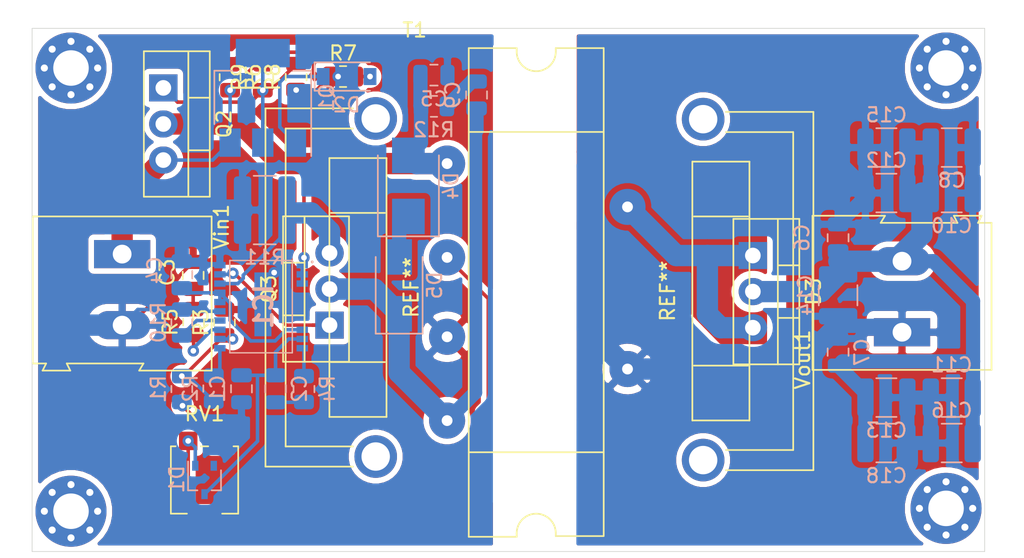
<source format=kicad_pcb>
(kicad_pcb (version 20171130) (host pcbnew "(5.1.8)-1")
  (layers (0 F.Cu signal) (31 B.Cu signal) (34 B.Paste user) (35 F.Paste user) (36 B.SilkS user) (37 F.SilkS user) (38 B.Mask user) (39 F.Mask user) (44 Edge.Cuts user))
  (net 0 "")
  (net 1 GND1)
  (net 2 "Net-(C1-Pad1)")
  (net 3 "Net-(C2-Pad1)")
  (net 4 "Net-(C3-Pad2)")
  (net 5 "Net-(C4-Pad1)")
  (net 6 V_in)
  (net 7 "Net-(D1-Pad2)")
  (net 8 V_FB)
  (net 9 "Net-(D2-Pad2)")
  (net 10 "Net-(D2-Pad1)")
  (net 11 "Net-(IC1-Pad10)")
  (net 12 "Net-(IC1-Pad11)")
  (net 13 "Net-(IC1-Pad12)")
  (net 14 "Net-(IC1-Pad13)")
  (net 15 "Net-(IC1-Pad14)")
  (net 16 "Net-(IC1-Pad18)")
  (net 17 "Net-(IC1-Pad19)")
  (net 18 "Net-(Q1-Pad3)")
  (net 19 "Net-(Q1-Pad2)")
  (net 20 "Net-(R1-Pad2)")
  (net 21 "Net-(C9-Pad2)")
  (net 22 "Net-(C9-Pad1)")
  (net 23 "Net-(D4-Pad1)")
  (net 24 "Net-(D3-Pad1)")
  (net 25 "Net-(C10-Pad2)")
  (net 26 "Net-(C10-Pad1)")
  (module MountingHole:MountingHole_2.5mm_Pad_Via (layer F.Cu) (at 83 25.4)
    (fp_text reference REF** hide)
    (fp_text value MountingHole_2.5mm_Pad_Via hide)
    (pad 1 thru_hole circle (at 0 0) (size 5 5) (drill 2.5) (layers *.Cu *.Mask))
    (pad 1 thru_hole circle (at 1.875 0) (size 0.8 0.8) (drill 0.5) (layers *.Cu *.Mask))
    (pad 1 thru_hole circle (at 1.325825 1.325825) (size 0.8 0.8) (drill 0.5) (layers *.Cu *.Mask))
    (pad 1 thru_hole circle (at 0 1.875) (size 0.8 0.8) (drill 0.5) (layers *.Cu *.Mask))
    (pad 1 thru_hole circle (at -1.325825 1.325825) (size 0.8 0.8) (drill 0.5) (layers *.Cu *.Mask))
    (pad 1 thru_hole circle (at -1.875 0) (size 0.8 0.8) (drill 0.5) (layers *.Cu *.Mask))
    (pad 1 thru_hole circle (at -1.325825 -1.325825) (size 0.8 0.8) (drill 0.5) (layers *.Cu *.Mask))
    (pad 1 thru_hole circle (at 0 -1.875) (size 0.8 0.8) (drill 0.5) (layers *.Cu *.Mask))
    (pad 1 thru_hole circle (at 1.325825 -1.325825) (size 0.8 0.8) (drill 0.5) (layers *.Cu *.Mask))
  )
  (module MountingHole:MountingHole_2.5mm_Pad_Via (layer F.Cu) (at 83 56.6)
    (fp_text reference REF** hide)
    (fp_text value MountingHole_2.5mm_Pad_Via hide)
    (pad 1 thru_hole circle (at 1.325825 -1.325825) (size 0.8 0.8) (drill 0.5) (layers *.Cu *.Mask))
    (pad 1 thru_hole circle (at 0 -1.875) (size 0.8 0.8) (drill 0.5) (layers *.Cu *.Mask))
    (pad 1 thru_hole circle (at -1.325825 -1.325825) (size 0.8 0.8) (drill 0.5) (layers *.Cu *.Mask))
    (pad 1 thru_hole circle (at -1.875 0) (size 0.8 0.8) (drill 0.5) (layers *.Cu *.Mask))
    (pad 1 thru_hole circle (at -1.325825 1.325825) (size 0.8 0.8) (drill 0.5) (layers *.Cu *.Mask))
    (pad 1 thru_hole circle (at 0 1.875) (size 0.8 0.8) (drill 0.5) (layers *.Cu *.Mask))
    (pad 1 thru_hole circle (at 1.325825 1.325825) (size 0.8 0.8) (drill 0.5) (layers *.Cu *.Mask))
    (pad 1 thru_hole circle (at 1.875 0) (size 0.8 0.8) (drill 0.5) (layers *.Cu *.Mask))
    (pad 1 thru_hole circle (at 0 0) (size 5 5) (drill 2.5) (layers *.Cu *.Mask))
  )
  (module MountingHole:MountingHole_2.5mm_Pad_Via (layer F.Cu) (at 144.6 56.4)
    (fp_text reference REF** hide)
    (fp_text value MountingHole_2.5mm_Pad_Via hide)
    (pad 1 thru_hole circle (at 0 0) (size 5 5) (drill 2.5) (layers *.Cu *.Mask))
    (pad 1 thru_hole circle (at 1.875 0) (size 0.8 0.8) (drill 0.5) (layers *.Cu *.Mask))
    (pad 1 thru_hole circle (at 1.325825 1.325825) (size 0.8 0.8) (drill 0.5) (layers *.Cu *.Mask))
    (pad 1 thru_hole circle (at 0 1.875) (size 0.8 0.8) (drill 0.5) (layers *.Cu *.Mask))
    (pad 1 thru_hole circle (at -1.325825 1.325825) (size 0.8 0.8) (drill 0.5) (layers *.Cu *.Mask))
    (pad 1 thru_hole circle (at -1.875 0) (size 0.8 0.8) (drill 0.5) (layers *.Cu *.Mask))
    (pad 1 thru_hole circle (at -1.325825 -1.325825) (size 0.8 0.8) (drill 0.5) (layers *.Cu *.Mask))
    (pad 1 thru_hole circle (at 0 -1.875) (size 0.8 0.8) (drill 0.5) (layers *.Cu *.Mask))
    (pad 1 thru_hole circle (at 1.325825 -1.325825) (size 0.8 0.8) (drill 0.5) (layers *.Cu *.Mask))
  )
  (module MountingHole:MountingHole_2.5mm_Pad_Via (layer F.Cu) (at 144.6 25.4)
    (fp_text reference REF** hide)
    (fp_text value MountingHole_2.5mm_Pad_Via hide)
    (pad 1 thru_hole circle (at 1.325825 -1.325825) (size 0.8 0.8) (drill 0.5) (layers *.Cu *.Mask))
    (pad 1 thru_hole circle (at 0 -1.875) (size 0.8 0.8) (drill 0.5) (layers *.Cu *.Mask))
    (pad 1 thru_hole circle (at -1.325825 -1.325825) (size 0.8 0.8) (drill 0.5) (layers *.Cu *.Mask))
    (pad 1 thru_hole circle (at -1.875 0) (size 0.8 0.8) (drill 0.5) (layers *.Cu *.Mask))
    (pad 1 thru_hole circle (at -1.325825 1.325825) (size 0.8 0.8) (drill 0.5) (layers *.Cu *.Mask))
    (pad 1 thru_hole circle (at 0 1.875) (size 0.8 0.8) (drill 0.5) (layers *.Cu *.Mask))
    (pad 1 thru_hole circle (at 1.325825 1.325825) (size 0.8 0.8) (drill 0.5) (layers *.Cu *.Mask))
    (pad 1 thru_hole circle (at 1.875 0) (size 0.8 0.8) (drill 0.5) (layers *.Cu *.Mask))
    (pad 1 thru_hole circle (at 0 0) (size 5 5) (drill 2.5) (layers *.Cu *.Mask))
  )
  (module Heatsink:Heatsink_Fischer_FK224xx2201_25x8.3mm (layer F.Cu) (at 127.5 53 90)
    (fp_text reference REF** (at 11.9 -2.5 270) (layer F.SilkS))
    (fp_text value Heatsink_Fischer_FK224xx2201_25x8.3mm)
    (pad 1 thru_hole circle (at 0 0 90) (size 3 3) (drill 2) (layers *.Cu *.Mask))
    (pad 1 thru_hole circle (at 24 0 90) (size 3 3) (drill 2) (layers *.Cu *.Mask))
  )
  (module Heatsink:Heatsink_Fischer_FK224xx2201_25x8.3mm (layer F.Cu) (at 104.45 28.95 270)
    (fp_text reference REF** (at 11.9 -2.5 270) (layer F.SilkS))
    (fp_text value Heatsink_Fischer_FK224xx2201_25x8.3mm)
    (pad 1 thru_hole circle (at 23.8 0 270) (size 3 3) (drill 2) (layers *.Cu *.Mask))
    (pad 1 thru_hole circle (at 0 0 270) (size 3 3) (drill 2) (layers *.Cu *.Mask))
  )
  (module Package_TO_SOT_THT:TO-220-3_Vertical (layer F.Cu) (at 101.2 43.5 90)
    (fp_text reference Q3 (at 2.54 -4.27 90) (layer F.SilkS))
    (fp_text value FCP190N65S3R0-ND)
    (pad 3 thru_hole oval (at 5.08 0 90) (size 1.905 2) (drill 1.1) (layers *.Cu *.Mask) (net 16 "Net-(IC1-Pad18)"))
    (pad 2 thru_hole oval (at 2.54 0 90) (size 1.905 2) (drill 1.1) (layers *.Cu *.Mask) (net 21 "Net-(C9-Pad2)"))
    (pad 1 thru_hole rect (at 0 0 90) (size 1.905 2) (drill 1.1) (layers *.Cu *.Mask) (net 17 "Net-(IC1-Pad19)"))
  )
  (module Package_TO_SOT_THT:TO-220-3_Vertical (layer F.Cu) (at 89.5 26.8 270)
    (fp_text reference Q2 (at 2.54 -4.27 90) (layer F.SilkS))
    (fp_text value FQP3P50)
    (pad 3 thru_hole oval (at 5.08 0 270) (size 1.905 2) (drill 1.1) (layers *.Cu *.Mask) (net 18 "Net-(Q1-Pad3)"))
    (pad 2 thru_hole oval (at 2.54 0 270) (size 1.905 2) (drill 1.1) (layers *.Cu *.Mask) (net 6 V_in))
    (pad 1 thru_hole rect (at 0 0 270) (size 1.905 2) (drill 1.1) (layers *.Cu *.Mask) (net 19 "Net-(Q1-Pad2)"))
  )
  (module Package_TO_SOT_THT:TO-220-3_Vertical (layer F.Cu) (at 131 38.6 270)
    (fp_text reference D3 (at 2.54 -4.27 90) (layer F.SilkS))
    (fp_text value "TST20U60CW C0G")
    (pad 3 thru_hole oval (at 5.08 0 270) (size 1.905 2) (drill 1.1) (layers *.Cu *.Mask) (net 24 "Net-(D3-Pad1)"))
    (pad 2 thru_hole oval (at 2.54 0 270) (size 1.905 2) (drill 1.1) (layers *.Cu *.Mask) (net 26 "Net-(C10-Pad1)"))
    (pad 1 thru_hole rect (at 0 0 270) (size 1.905 2) (drill 1.1) (layers *.Cu *.Mask) (net 24 "Net-(D3-Pad1)"))
  )
  (module Capacitor_SMD:C_1210_3225Metric (layer B.Cu) (at 140.4 51.8)
    (fp_text reference C18 (at 0 2.3 180) (layer B.SilkS) (effects (justify mirror)))
    (fp_text value 22uF)
    (pad 2 smd roundrect (at 1.475 0) (size 1.15 2.7) (layers B.Cu B.Paste B.Mask) (roundrect_rratio 0.217391) (net 25 "Net-(C10-Pad2)"))
    (pad 1 smd roundrect (at -1.475 0) (size 1.15 2.7) (layers B.Cu B.Paste B.Mask) (roundrect_rratio 0.217391) (net 26 "Net-(C10-Pad1)"))
  )
  (module Capacitor_SMD:C_1210_3225Metric (layer B.Cu) (at 145 51.8 180)
    (fp_text reference C16 (at 0 2.3 180) (layer B.SilkS) (effects (justify mirror)))
    (fp_text value 22uF)
    (pad 2 smd roundrect (at 1.475 0 180) (size 1.15 2.7) (layers B.Cu B.Paste B.Mask) (roundrect_rratio 0.217391) (net 25 "Net-(C10-Pad2)"))
    (pad 1 smd roundrect (at -1.475 0 180) (size 1.15 2.7) (layers B.Cu B.Paste B.Mask) (roundrect_rratio 0.217391) (net 26 "Net-(C10-Pad1)"))
  )
  (module Capacitor_SMD:C_1210_3225Metric (layer B.Cu) (at 140.4 31 180)
    (fp_text reference C15 (at 0 2.3 180) (layer B.SilkS) (effects (justify mirror)))
    (fp_text value 22uF)
    (pad 2 smd roundrect (at 1.475 0 180) (size 1.15 2.7) (layers B.Cu B.Paste B.Mask) (roundrect_rratio 0.217391) (net 25 "Net-(C10-Pad2)"))
    (pad 1 smd roundrect (at -1.475 0 180) (size 1.15 2.7) (layers B.Cu B.Paste B.Mask) (roundrect_rratio 0.217391) (net 26 "Net-(C10-Pad1)"))
  )
  (module Capacitor_SMD:C_1210_3225Metric (layer B.Cu) (at 137 41.4 270)
    (fp_text reference C14 (at 0 2.3 270) (layer B.SilkS) (effects (justify mirror)))
    (fp_text value 22uF)
    (pad 2 smd roundrect (at 1.475 0 270) (size 1.15 2.7) (layers B.Cu B.Paste B.Mask) (roundrect_rratio 0.217391) (net 25 "Net-(C10-Pad2)"))
    (pad 1 smd roundrect (at -1.475 0 270) (size 1.15 2.7) (layers B.Cu B.Paste B.Mask) (roundrect_rratio 0.217391) (net 26 "Net-(C10-Pad1)"))
  )
  (module Capacitor_SMD:C_1210_3225Metric (layer B.Cu) (at 140.4 48.6)
    (fp_text reference C13 (at 0 2.3 180) (layer B.SilkS) (effects (justify mirror)))
    (fp_text value 22uF)
    (pad 2 smd roundrect (at 1.475 0) (size 1.15 2.7) (layers B.Cu B.Paste B.Mask) (roundrect_rratio 0.217391) (net 25 "Net-(C10-Pad2)"))
    (pad 1 smd roundrect (at -1.475 0) (size 1.15 2.7) (layers B.Cu B.Paste B.Mask) (roundrect_rratio 0.217391) (net 26 "Net-(C10-Pad1)"))
  )
  (module Capacitor_SMD:C_1210_3225Metric (layer B.Cu) (at 140.4 34.2 180)
    (fp_text reference C12 (at 0 2.3 180) (layer B.SilkS) (effects (justify mirror)))
    (fp_text value 22uF)
    (pad 2 smd roundrect (at 1.475 0 180) (size 1.15 2.7) (layers B.Cu B.Paste B.Mask) (roundrect_rratio 0.217391) (net 25 "Net-(C10-Pad2)"))
    (pad 1 smd roundrect (at -1.475 0 180) (size 1.15 2.7) (layers B.Cu B.Paste B.Mask) (roundrect_rratio 0.217391) (net 26 "Net-(C10-Pad1)"))
  )
  (module Capacitor_SMD:C_1210_3225Metric (layer B.Cu) (at 145 48.6 180)
    (fp_text reference C11 (at 0 2.3 180) (layer B.SilkS) (effects (justify mirror)))
    (fp_text value 22uF)
    (pad 2 smd roundrect (at 1.475 0 180) (size 1.15 2.7) (layers B.Cu B.Paste B.Mask) (roundrect_rratio 0.217391) (net 25 "Net-(C10-Pad2)"))
    (pad 1 smd roundrect (at -1.475 0 180) (size 1.15 2.7) (layers B.Cu B.Paste B.Mask) (roundrect_rratio 0.217391) (net 26 "Net-(C10-Pad1)"))
  )
  (module Capacitor_SMD:C_1210_3225Metric (layer B.Cu) (at 145 34.2)
    (fp_text reference C10 (at 0 2.3 180) (layer B.SilkS) (effects (justify mirror)))
    (fp_text value 22uF)
    (pad 2 smd roundrect (at 1.475 0) (size 1.15 2.7) (layers B.Cu B.Paste B.Mask) (roundrect_rratio 0.217391) (net 25 "Net-(C10-Pad2)"))
    (pad 1 smd roundrect (at -1.475 0) (size 1.15 2.7) (layers B.Cu B.Paste B.Mask) (roundrect_rratio 0.217391) (net 26 "Net-(C10-Pad1)"))
  )
  (module Capacitor_SMD:C_1210_3225Metric (layer B.Cu) (at 145 31)
    (fp_text reference C8 (at 0 2.3 180) (layer B.SilkS) (effects (justify mirror)))
    (fp_text value 22uF)
    (pad 2 smd roundrect (at 1.475 0) (size 1.15 2.7) (layers B.Cu B.Paste B.Mask) (roundrect_rratio 0.217391) (net 25 "Net-(C10-Pad2)"))
    (pad 1 smd roundrect (at -1.475 0) (size 1.15 2.7) (layers B.Cu B.Paste B.Mask) (roundrect_rratio 0.217391) (net 26 "Net-(C10-Pad1)"))
  )
  (module Diode_SMD:D_SMA (layer B.Cu) (at 106.1 40.7 90)
    (fp_text reference D5 (at 0 2.5 270) (layer B.SilkS) (effects (justify mirror)))
    (fp_text value SMBJ5386B-TP)
    (pad 2 smd rect (at 2 0 90) (size 2.5 1.8) (layers B.Cu B.Paste B.Mask) (net 23 "Net-(D4-Pad1)"))
    (pad 1 smd rect (at -2 0 90) (size 2.5 1.8) (layers B.Cu B.Paste B.Mask) (net 21 "Net-(C9-Pad2)"))
  )
  (module Converter_DCDC:LT8316IFEPBF (layer B.Cu) (at 96.8 42.2 270)
    (fp_text reference IC1 (at 0 0.245 90) (layer B.SilkS) (effects (font (size 1.27 1.27) (thickness 0.254)) (justify mirror)))
    (fp_text value LT8316IFE#PBF hide)
    (pad 1 smd rect (at -2.925 -2.48 270) (size 0.45 0.8) (layers B.Cu B.Paste B.Mask) (net 6 V_in))
    (pad 2 smd rect (at -2.275 -2.48 270) (size 0.45 0.8) (layers B.Cu B.Paste B.Mask) (net 6 V_in))
    (pad 3 smd rect (at -1.625 -2.48 270) (size 0.45 0.8) (layers B.Cu B.Paste B.Mask) (net 6 V_in))
    (pad 8 smd rect (at 1.625 -2.48 270) (size 0.45 0.8) (layers B.Cu B.Paste B.Mask) (net 5 "Net-(C4-Pad1)"))
    (pad 9 smd rect (at 2.275 -2.48 270) (size 0.45 0.8) (layers B.Cu B.Paste B.Mask) (net 2 "Net-(C1-Pad1)"))
    (pad 10 smd rect (at 2.925 -2.48 270) (size 0.45 0.8) (layers B.Cu B.Paste B.Mask) (net 11 "Net-(IC1-Pad10)"))
    (pad 11 smd rect (at 2.925 3.32 270) (size 0.45 0.8) (layers B.Cu B.Paste B.Mask) (net 12 "Net-(IC1-Pad11)"))
    (pad 12 smd rect (at 2.275 3.32 270) (size 0.45 0.8) (layers B.Cu B.Paste B.Mask) (net 13 "Net-(IC1-Pad12)"))
    (pad 13 smd rect (at 1.625 3.32 270) (size 0.45 0.8) (layers B.Cu B.Paste B.Mask) (net 14 "Net-(IC1-Pad13)"))
    (pad 14 smd rect (at 0.975 3.32 270) (size 0.45 0.8) (layers B.Cu B.Paste B.Mask) (net 15 "Net-(IC1-Pad14)"))
    (pad 15 smd rect (at 0.325 3.32 270) (size 0.45 0.8) (layers B.Cu B.Paste B.Mask) (net 1 GND1))
    (pad 16 smd rect (at -0.325 3.32 270) (size 0.45 0.8) (layers B.Cu B.Paste B.Mask) (net 5 "Net-(C4-Pad1)"))
    (pad 17 smd rect (at -0.975 3.32 270) (size 0.45 0.8) (layers B.Cu B.Paste B.Mask) (net 5 "Net-(C4-Pad1)"))
    (pad 18 smd rect (at -1.625 3.32 270) (size 0.45 0.8) (layers B.Cu B.Paste B.Mask) (net 16 "Net-(IC1-Pad18)"))
    (pad 19 smd rect (at -2.275 3.32 270) (size 0.45 0.8) (layers B.Cu B.Paste B.Mask) (net 17 "Net-(IC1-Pad19)"))
    (pad 20 smd rect (at -2.925 3.32 270) (size 0.45 0.8) (layers B.Cu B.Paste B.Mask) (net 1 GND1))
    (pad 21 smd rect (at -0.164 0.29 180) (size 1.2 4.5) (layers B.Cu B.Paste B.Mask) (net 1 GND1))
  )
  (module Resistor_SMD:R_1218_3246Metric_Pad1.22x4.75mm_HandSolder (layer B.Cu) (at 96.6375 35.4)
    (fp_text reference R11 (at 0 3.32 180) (layer B.SilkS) (effects (justify mirror)))
    (fp_text value 30m)
    (pad 2 smd roundrect (at 1.5625 0) (size 1.225 4.75) (layers B.Cu B.Paste B.Mask) (roundrect_rratio 0.204082) (net 16 "Net-(IC1-Pad18)"))
    (pad 1 smd roundrect (at -1.5625 0) (size 1.225 4.75) (layers B.Cu B.Paste B.Mask) (roundrect_rratio 0.204082) (net 1 GND1))
  )
  (module Resistor_SMD:R_0805_2012Metric (layer B.Cu) (at 108.55 28.1)
    (fp_text reference R12 (at 0 1.65) (layer B.SilkS) (effects (justify mirror)))
    (fp_text value 25)
    (pad 2 smd roundrect (at 0.9125 0) (size 1.025 1.4) (layers B.Cu B.Paste B.Mask) (roundrect_rratio 0.243902) (net 22 "Net-(C9-Pad1)"))
    (pad 1 smd roundrect (at -0.9125 0) (size 1.025 1.4) (layers B.Cu B.Paste B.Mask) (roundrect_rratio 0.243902) (net 6 V_in))
  )
  (module Diode_SMD:D_SMB (layer B.Cu) (at 106.75 33.7 90)
    (fp_text reference D4 (at 0 3 270) (layer B.SilkS) (effects (justify mirror)))
    (fp_text value BZT52-C51X)
    (pad 2 smd rect (at 2.15 0 90) (size 2.5 2.3) (layers B.Cu B.Paste B.Mask) (net 6 V_in))
    (pad 1 smd rect (at -2.15 0 90) (size 2.5 2.3) (layers B.Cu B.Paste B.Mask) (net 23 "Net-(D4-Pad1)"))
  )
  (module Capacitor_SMD:C_0805_2012Metric (layer B.Cu) (at 111.55 27.3 270)
    (fp_text reference C9 (at 0 1.68 90) (layer B.SilkS) (effects (justify mirror)))
    (fp_text value 91p)
    (pad 2 smd roundrect (at 0.95 0 270) (size 1 1.45) (layers B.Cu B.Paste B.Mask) (net 21 "Net-(C9-Pad2)"))
    (pad 1 smd roundrect (at -0.95 0 270) (size 1 1.45) (layers B.Cu B.Paste B.Mask) (net 22 "Net-(C9-Pad1)"))
  )
  (module TerminalBlock:TerminalBlock_Altech_AK300-2_P5.00mm (layer F.Cu) (at 141.5 44 90)
    (fp_text reference Vout1 (at -1.92 -6.99 90) (layer F.SilkS))
    (fp_text value Screw_Terminal_01x02)
    (pad 2 thru_hole oval (at 5 0 90) (size 1.98 3.96) (drill 1.32) (layers *.Cu *.Mask) (net 26 "Net-(C10-Pad1)"))
    (pad 1 thru_hole rect (at 0 0 90) (size 1.98 3.96) (drill 1.32) (layers *.Cu *.Mask) (net 25 "Net-(C10-Pad2)"))
  )
  (module TerminalBlock:TerminalBlock_Altech_AK300-2_P5.00mm (layer F.Cu) (at 86.6 38.5 270)
    (fp_text reference Vin1 (at -1.92 -6.99 90) (layer F.SilkS))
    (fp_text value Screw_Terminal_01x02)
    (pad 2 thru_hole oval (at 5 0 270) (size 1.98 3.96) (drill 1.32) (layers *.Cu *.Mask) (net 1 GND1))
    (pad 1 thru_hole rect (at 0 0 270) (size 1.98 3.96) (drill 1.32) (layers *.Cu *.Mask) (net 18 "Net-(Q1-Pad3)"))
  )
  (module Transformer_THT:EE464_Transformer (layer F.Cu) (at 111 24)
    (fp_text reference T1 (at -3.81 -1.27) (layer F.SilkS))
    (fp_text value Transformer_1P_2S)
    (pad 4 thru_hole circle (at 11.176 22.59) (size 2.54 2.54) (drill 0.762) (layers *.Cu *.Mask) (net 25 "Net-(C10-Pad2)"))
    (pad 3 thru_hole circle (at 11.176 11.176) (size 2.54 2.54) (drill 0.762) (layers *.Cu *.Mask) (net 24 "Net-(D3-Pad1)"))
    (pad 6 thru_hole circle (at -1.524 20.32) (size 2.54 2.54) (drill 0.762) (layers *.Cu *.Mask) (net 1 GND1))
    (pad 5 thru_hole circle (at -1.524 14.732) (size 2.54 2.54) (drill 0.762) (layers *.Cu *.Mask) (net 8 V_FB))
    (pad 2 thru_hole circle (at -1.524 26.22) (size 2.54 2.54) (drill 0.762) (layers *.Cu *.Mask) (net 21 "Net-(C9-Pad2)"))
    (pad 1 thru_hole circle (at -1.524 8.128) (size 2.54 2.54) (drill 0.762) (layers *.Cu *.Mask) (net 6 V_in))
  )
  (module Potentiometer_SMD:Potentiometer_Bourns_3314G_Vertical (layer F.Cu) (at 92.4 54.4)
    (fp_text reference RV1 (at 0 -4.65) (layer F.SilkS))
    (fp_text value R_POT_TRIM)
    (pad 3 smd rect (at -1.15 -2.75) (size 1.3 1.3) (layers F.Cu F.Paste F.Mask) (net 8 V_FB))
    (pad 2 smd rect (at 0 2.75) (size 2 1.3) (layers F.Cu F.Paste F.Mask) (net 8 V_FB))
    (pad 1 smd rect (at 1.15 -2.75) (size 1.3 1.3) (layers F.Cu F.Paste F.Mask) (net 20 "Net-(R1-Pad2)"))
  )
  (module Resistor_SMD:R_0805_2012Metric (layer B.Cu) (at 90.8 43.3125 270)
    (fp_text reference R10 (at 0 1.65 90) (layer B.SilkS) (effects (justify mirror)))
    (fp_text value 20k)
    (pad 1 smd roundrect (at -0.9125 0 270) (size 1.025 1.4) (layers B.Cu B.Paste B.Mask) (roundrect_rratio 0.243902) (net 1 GND1))
    (pad 2 smd roundrect (at 0.9125 0 270) (size 1.025 1.4) (layers B.Cu B.Paste B.Mask) (roundrect_rratio 0.243902) (net 15 "Net-(IC1-Pad14)"))
  )
  (module Resistor_SMD:R_0805_2012Metric (layer F.Cu) (at 96.5 26.05 90)
    (fp_text reference R9 (at 0 -1.65 90) (layer F.SilkS))
    (fp_text value 6.8k)
    (pad 2 smd roundrect (at 0.9125 0 90) (size 1.025 1.4) (layers F.Cu F.Paste F.Mask) (roundrect_rratio 0.243902) (net 18 "Net-(Q1-Pad3)"))
    (pad 1 smd roundrect (at -0.9125 0 90) (size 1.025 1.4) (layers F.Cu F.Paste F.Mask) (roundrect_rratio 0.243902) (net 19 "Net-(Q1-Pad2)"))
  )
  (module Resistor_SMD:R_0805_2012Metric (layer F.Cu) (at 98.85 26.0375 90)
    (fp_text reference R8 (at 0 -1.65 90) (layer F.SilkS))
    (fp_text value 470k)
    (pad 2 smd roundrect (at 0.9125 0 90) (size 1.025 1.4) (layers F.Cu F.Paste F.Mask) (roundrect_rratio 0.243902) (net 19 "Net-(Q1-Pad2)"))
    (pad 1 smd roundrect (at -0.9125 0 90) (size 1.025 1.4) (layers F.Cu F.Paste F.Mask) (roundrect_rratio 0.243902) (net 1 GND1))
  )
  (module Resistor_SMD:R_0805_2012Metric (layer F.Cu) (at 102.15 26)
    (fp_text reference R7 (at 0 -1.65) (layer F.SilkS))
    (fp_text value 680k)
    (pad 2 smd roundrect (at 0.9125 0) (size 1.025 1.4) (layers F.Cu F.Paste F.Mask) (roundrect_rratio 0.243902) (net 9 "Net-(D2-Pad2)"))
    (pad 1 smd roundrect (at -0.9125 0) (size 1.025 1.4) (layers F.Cu F.Paste F.Mask) (roundrect_rratio 0.243902) (net 1 GND1))
  )
  (module Resistor_SMD:R_0805_2012Metric (layer F.Cu) (at 94.2 26.05 270)
    (fp_text reference R6 (at 0 -1.65 90) (layer F.SilkS))
    (fp_text value 72k)
    (pad 2 smd roundrect (at 0.9125 0 270) (size 1.025 1.4) (layers F.Cu F.Paste F.Mask) (roundrect_rratio 0.243902) (net 18 "Net-(Q1-Pad3)"))
    (pad 1 smd roundrect (at -0.9125 0 270) (size 1.025 1.4) (layers F.Cu F.Paste F.Mask) (roundrect_rratio 0.243902) (net 9 "Net-(D2-Pad2)"))
  )
  (module Resistor_SMD:R_0805_2012Metric (layer F.Cu) (at 91.63 43.2875 90)
    (fp_text reference R5 (at 0 -1.65 90) (layer F.SilkS))
    (fp_text value 20k)
    (pad 2 smd roundrect (at 0.9125 0 90) (size 1.025 1.4) (layers F.Cu F.Paste F.Mask) (roundrect_rratio 0.243902) (net 4 "Net-(C3-Pad2)"))
    (pad 1 smd roundrect (at -0.9125 0 90) (size 1.025 1.4) (layers F.Cu F.Paste F.Mask) (roundrect_rratio 0.243902) (net 14 "Net-(IC1-Pad13)"))
  )
  (module Resistor_SMD:R_0805_2012Metric (layer B.Cu) (at 99.4 48 90)
    (fp_text reference R4 (at 0 1.65 270) (layer B.SilkS) (effects (justify mirror)))
    (fp_text value 20k)
    (pad 2 smd roundrect (at 0.9125 0 90) (size 1.025 1.4) (layers B.Cu B.Paste B.Mask) (roundrect_rratio 0.243902) (net 11 "Net-(IC1-Pad10)"))
    (pad 1 smd roundrect (at -0.9125 0 90) (size 1.025 1.4) (layers B.Cu B.Paste B.Mask) (roundrect_rratio 0.243902) (net 3 "Net-(C2-Pad1)"))
  )
  (module Resistor_SMD:R_0805_2012Metric (layer F.Cu) (at 93.8 43.3125 90)
    (fp_text reference R3 (at 0 -1.65 90) (layer F.SilkS))
    (fp_text value 2.2k)
    (pad 2 smd roundrect (at 0.9125 0 90) (size 1.025 1.4) (layers F.Cu F.Paste F.Mask) (roundrect_rratio 0.243902) (net 1 GND1))
    (pad 1 smd roundrect (at -0.9125 0 90) (size 1.025 1.4) (layers F.Cu F.Paste F.Mask) (roundrect_rratio 0.243902) (net 13 "Net-(IC1-Pad12)"))
  )
  (module Resistor_SMD:R_0805_2012Metric (layer B.Cu) (at 93.05 47.9625 270)
    (fp_text reference R2 (at 0 1.65 270) (layer B.SilkS) (effects (justify mirror)))
    (fp_text value 108k)
    (pad 2 smd roundrect (at 0.9125 0 270) (size 1.025 1.4) (layers B.Cu B.Paste B.Mask) (roundrect_rratio 0.243902) (net 13 "Net-(IC1-Pad12)"))
    (pad 1 smd roundrect (at -0.9125 0 270) (size 1.025 1.4) (layers B.Cu B.Paste B.Mask) (roundrect_rratio 0.243902) (net 12 "Net-(IC1-Pad11)"))
  )
  (module Resistor_SMD:R_0805_2012Metric (layer B.Cu) (at 90.8 48 270)
    (fp_text reference R1 (at 0 1.65 270) (layer B.SilkS) (effects (justify mirror)))
    (fp_text value 18.9k)
    (pad 2 smd roundrect (at 0.9125 0 270) (size 1.025 1.4) (layers B.Cu B.Paste B.Mask) (roundrect_rratio 0.243902) (net 20 "Net-(R1-Pad2)"))
    (pad 1 smd roundrect (at -0.9125 0 270) (size 1.025 1.4) (layers B.Cu B.Paste B.Mask) (roundrect_rratio 0.243902) (net 13 "Net-(IC1-Pad12)"))
  )
  (module Package_TO_SOT_SMD:SOT-223-3_TabPin2 (layer B.Cu) (at 96.5 27.5 90)
    (fp_text reference Q1 (at 0 4.5 270) (layer B.SilkS) (effects (justify mirror)))
    (fp_text value PBHV9050ZF)
    (pad 1 smd rect (at -3.15 2.3 90) (size 2 1.5) (layers B.Cu B.Paste B.Mask) (net 10 "Net-(D2-Pad1)"))
    (pad 3 smd rect (at -3.15 -2.3 90) (size 2 1.5) (layers B.Cu B.Paste B.Mask) (net 18 "Net-(Q1-Pad3)"))
    (pad 2 smd rect (at -3.15 0 90) (size 2 1.5) (layers B.Cu B.Paste B.Mask) (net 19 "Net-(Q1-Pad2)"))
    (pad 2 smd rect (at 3.15 0 90) (size 2 3.8) (layers B.Cu B.Paste B.Mask) (net 19 "Net-(Q1-Pad2)"))
  )
  (module Diode_SMD:D_SOD-123 (layer B.Cu) (at 102.4 26)
    (fp_text reference D2 (at 0 2) (layer B.SilkS) (effects (justify mirror)))
    (fp_text value BZT52-C51X)
    (pad 2 smd rect (at 1.65 0) (size 0.9 1.2) (layers B.Cu B.Paste B.Mask) (net 9 "Net-(D2-Pad2)"))
    (pad 1 smd rect (at -1.65 0) (size 0.9 1.2) (layers B.Cu B.Paste B.Mask) (net 10 "Net-(D2-Pad1)"))
  )
  (module Package_TO_SOT_SMD:SOT-323_SC-70 (layer B.Cu) (at 92.4 54.4 270)
    (fp_text reference D1 (at -0.05 1.95 90) (layer B.SilkS) (effects (justify mirror)))
    (fp_text value BAT54W)
    (pad 3 smd rect (at 1 0) (size 0.45 0.7) (layers B.Cu B.Paste B.Mask) (net 2 "Net-(C1-Pad1)"))
    (pad 2 smd rect (at -1 -0.65) (size 0.45 0.7) (layers B.Cu B.Paste B.Mask) (net 7 "Net-(D1-Pad2)"))
    (pad 1 smd rect (at -1 0.65) (size 0.45 0.7) (layers B.Cu B.Paste B.Mask) (net 8 V_FB))
  )
  (module Capacitor_SMD:C_0805_2012Metric (layer B.Cu) (at 137 45.4 90)
    (fp_text reference C7 (at 0 1.68 270) (layer B.SilkS) (effects (justify mirror)))
    (fp_text value 10nF)
    (pad 2 smd roundrect (at 0.95 0 90) (size 1 1.45) (layers B.Cu B.Paste B.Mask) (net 25 "Net-(C10-Pad2)"))
    (pad 1 smd roundrect (at -0.95 0 90) (size 1 1.45) (layers B.Cu B.Paste B.Mask) (net 26 "Net-(C10-Pad1)"))
  )
  (module Capacitor_SMD:C_0805_2012Metric (layer B.Cu) (at 137 37.35 90)
    (fp_text reference C6 (at 0 -2.54 270) (layer B.SilkS) (effects (justify mirror)))
    (fp_text value 100nf)
    (pad 2 smd roundrect (at 0.95 0 90) (size 1 1.45) (layers B.Cu B.Paste B.Mask) (net 25 "Net-(C10-Pad2)"))
    (pad 1 smd roundrect (at -0.95 0 90) (size 1 1.45) (layers B.Cu B.Paste B.Mask) (net 26 "Net-(C10-Pad1)"))
  )
  (module Capacitor_SMD:C_0805_2012Metric (layer B.Cu) (at 108.55 25.9)
    (fp_text reference C5 (at 0 1.68 180) (layer B.SilkS) (effects (justify mirror)))
    (fp_text value 100nF)
    (pad 2 smd roundrect (at 0.95 0) (size 1 1.45) (layers B.Cu B.Paste B.Mask) (net 1 GND1))
    (pad 1 smd roundrect (at -0.95 0) (size 1 1.45) (layers B.Cu B.Paste B.Mask) (net 6 V_in))
  )
  (module Capacitor_SMD:C_0805_2012Metric (layer B.Cu) (at 90.8 39.95 90)
    (fp_text reference C4 (at 0.315 -1.905 270) (layer B.SilkS) (effects (justify mirror)))
    (fp_text value 1uF)
    (pad 2 smd roundrect (at 0.95 0 90) (size 1 1.45) (layers B.Cu B.Paste B.Mask) (net 1 GND1))
    (pad 1 smd roundrect (at -0.95 0 90) (size 1 1.45) (layers B.Cu B.Paste B.Mask) (net 5 "Net-(C4-Pad1)"))
  )
  (module Capacitor_SMD:C_0805_2012Metric (layer F.Cu) (at 91.6 40 270)
    (fp_text reference C3 (at -0.2184 1.8288 270) (layer F.SilkS))
    (fp_text value 100nF)
    (pad 2 smd roundrect (at 0.95 0 270) (size 1 1.45) (layers F.Cu F.Paste F.Mask) (net 4 "Net-(C3-Pad2)"))
    (pad 1 smd roundrect (at -0.95 0 270) (size 1 1.45) (layers F.Cu F.Paste F.Mask) (net 1 GND1))
  )
  (module Capacitor_SMD:C_0805_2012Metric (layer B.Cu) (at 97.4 47.98 90)
    (fp_text reference C2 (at 0 1.68 270) (layer B.SilkS) (effects (justify mirror)))
    (fp_text value 47pF)
    (pad 2 smd roundrect (at 0.95 0 90) (size 1 1.45) (layers B.Cu B.Paste B.Mask) (net 2 "Net-(C1-Pad1)"))
    (pad 1 smd roundrect (at -0.95 0 90) (size 1 1.45) (layers B.Cu B.Paste B.Mask) (net 3 "Net-(C2-Pad1)"))
  )
  (module Capacitor_SMD:C_0805_2012Metric (layer B.Cu) (at 95 47.98 270)
    (fp_text reference C1 (at 0 1.68 270) (layer B.SilkS) (effects (justify mirror)))
    (fp_text value 1uF)
    (pad 2 smd roundrect (at 0.95 0 270) (size 1 1.45) (layers B.Cu B.Paste B.Mask) (net 1 GND1))
    (pad 1 smd roundrect (at -0.95 0 270) (size 1 1.45) (layers B.Cu B.Paste B.Mask) (net 2 "Net-(C1-Pad1)"))
  )
  (gr_line (start 80.264 59.436) (end 80.264 22.606) (layer Edge.Cuts) (width 0.05))
  (gr_line (start 147.32 59.436) (end 80.264 59.436) (layer Edge.Cuts) (width 0.05))
  (gr_line (start 147.32 22.606) (end 147.32 59.436) (layer Edge.Cuts) (width 0.05))
  (gr_line (start 80.264 22.606) (end 147.32 22.606) (layer Edge.Cuts) (width 0.05))
  (segment (start 100.2875 26.95) (end 101.2375 26) (width 0.25) (layer F.Cu) (net 1))
  (segment (start 98.85 26.95) (end 100.2875 26.95) (width 0.25) (layer F.Cu) (net 1))
  (segment (start 95.075 35.4) (end 94.4 35.4) (width 1.5) (layer B.Cu) (net 1))
  (segment (start 82.65 35.4) (end 81.75 36.3) (width 1.5) (layer B.Cu) (net 1))
  (segment (start 81.75 36.3) (end 81.75 42.9) (width 1.5) (layer B.Cu) (net 1))
  (segment (start 82.35 43.5) (end 86.6 43.5) (width 1.5) (layer B.Cu) (net 1))
  (segment (start 81.75 42.9) (end 82.35 43.5) (width 1.5) (layer B.Cu) (net 1))
  (segment (start 90.8 35.45) (end 90.75 35.4) (width 1) (layer B.Cu) (net 1))
  (segment (start 90.8 39) (end 90.8 35.45) (width 1) (layer B.Cu) (net 1))
  (segment (start 90.75 35.4) (end 82.65 35.4) (width 1.5) (layer B.Cu) (net 1))
  (segment (start 95.075 35.4) (end 90.75 35.4) (width 1.5) (layer B.Cu) (net 1))
  (segment (start 95.075 33.025) (end 95.65 32.45) (width 0.25) (layer B.Cu) (net 1))
  (segment (start 95.075 35.4) (end 95.075 33.025) (width 0.25) (layer B.Cu) (net 1))
  (segment (start 99.335002 32.45) (end 100.5 31.285002) (width 0.25) (layer B.Cu) (net 1))
  (segment (start 95.65 32.45) (end 99.335002 32.45) (width 0.25) (layer B.Cu) (net 1))
  (segment (start 100.5 31.285002) (end 100.5 28.6) (width 0.25) (layer B.Cu) (net 1))
  (via (at 98.85 26.95) (size 0.8) (drill 0.4) (layers F.Cu B.Cu) (net 1))
  (segment (start 100.5 28.6) (end 98.85 26.95) (width 0.25) (layer B.Cu) (net 1))
  (segment (start 98.85 26.95) (end 102.5 26.95) (width 0.25) (layer B.Cu) (net 1))
  (segment (start 102.5 24.95) (end 103.65 23.8) (width 0.25) (layer B.Cu) (net 1))
  (segment (start 103.65 23.8) (end 106.95 23.8) (width 0.25) (layer B.Cu) (net 1))
  (segment (start 106.95 23.8) (end 107.75 24.6) (width 0.25) (layer B.Cu) (net 1))
  (via (at 101.800002 26) (size 0.8) (drill 0.4) (layers F.Cu B.Cu) (net 1))
  (segment (start 101.2375 26) (end 101.800002 26) (width 0.25) (layer F.Cu) (net 1))
  (segment (start 102.45 26) (end 102.5 26.05) (width 0.25) (layer B.Cu) (net 1))
  (segment (start 101.800002 26) (end 102.45 26) (width 0.25) (layer B.Cu) (net 1))
  (segment (start 102.5 26.05) (end 102.5 24.95) (width 0.25) (layer B.Cu) (net 1))
  (segment (start 102.5 26.95) (end 102.5 26.05) (width 0.25) (layer B.Cu) (net 1))
  (segment (start 91.075 39.275) (end 90.8 39) (width 0.25) (layer B.Cu) (net 1))
  (segment (start 93.48 39.275) (end 91.075 39.275) (width 0.25) (layer B.Cu) (net 1))
  (segment (start 90.925 42.525) (end 90.8 42.4) (width 0.25) (layer B.Cu) (net 1))
  (segment (start 93.48 42.525) (end 90.925 42.525) (width 0.25) (layer B.Cu) (net 1))
  (segment (start 87.7 42.4) (end 86.6 43.5) (width 0.25) (layer B.Cu) (net 1))
  (segment (start 90.8 42.4) (end 87.7 42.4) (width 0.25) (layer B.Cu) (net 1))
  (segment (start 87.15 43.5) (end 86.6 43.5) (width 0.25) (layer F.Cu) (net 1))
  (segment (start 91.6 39.05) (end 87.15 43.5) (width 0.25) (layer F.Cu) (net 1))
  (segment (start 96.51 42.036) (end 96.51 40.59) (width 0.25) (layer B.Cu) (net 1))
  (via (at 97.3 39.8) (size 0.8) (drill 0.4) (layers F.Cu B.Cu) (net 1))
  (segment (start 96.51 40.59) (end 97.3 39.8) (width 0.25) (layer B.Cu) (net 1))
  (segment (start 91.674999 39.124999) (end 91.6 39.05) (width 0.25) (layer F.Cu) (net 1))
  (segment (start 96.624999 39.124999) (end 91.674999 39.124999) (width 0.25) (layer F.Cu) (net 1))
  (segment (start 97.3 39.8) (end 96.624999 39.124999) (width 0.25) (layer F.Cu) (net 1))
  (segment (start 108.206001 45.589999) (end 96.989999 45.589999) (width 0.25) (layer F.Cu) (net 1))
  (segment (start 96.989999 45.589999) (end 93.8 42.4) (width 0.25) (layer F.Cu) (net 1))
  (segment (start 109.476 44.32) (end 108.206001 45.589999) (width 0.25) (layer F.Cu) (net 1))
  (segment (start 95 48.93) (end 95 49.9) (width 0.25) (layer B.Cu) (net 1))
  (segment (start 86.6 46.23819) (end 86.6 43.5) (width 0.25) (layer B.Cu) (net 1))
  (segment (start 90.26181 49.9) (end 86.6 46.23819) (width 0.25) (layer B.Cu) (net 1))
  (segment (start 95 49.9) (end 90.26181 49.9) (width 0.25) (layer B.Cu) (net 1))
  (segment (start 99.28 44.475) (end 98.325 44.475) (width 0.25) (layer B.Cu) (net 2))
  (segment (start 97.4 45.4) (end 97.4 47.03) (width 0.25) (layer B.Cu) (net 2))
  (segment (start 98.325 44.475) (end 97.4 45.4) (width 0.25) (layer B.Cu) (net 2))
  (segment (start 95 47.03) (end 96.13 47.03) (width 0.25) (layer B.Cu) (net 2))
  (segment (start 96.13 47.03) (end 97.4 47.03) (width 0.25) (layer B.Cu) (net 2))
  (segment (start 95.37 47.03) (end 96.13 47.03) (width 0.25) (layer B.Cu) (net 2))
  (segment (start 96.13 51.67) (end 92.4 55.4) (width 0.25) (layer B.Cu) (net 2))
  (segment (start 96.13 47.03) (end 96.13 51.67) (width 0.25) (layer B.Cu) (net 2))
  (segment (start 99.3825 48.93) (end 99.4 48.9125) (width 0.25) (layer B.Cu) (net 3))
  (segment (start 97.4 48.93) (end 99.3825 48.93) (width 0.25) (layer B.Cu) (net 3))
  (segment (start 91.6 42.345) (end 91.63 42.375) (width 0.25) (layer F.Cu) (net 4))
  (segment (start 91.6 40.95) (end 91.6 42.345) (width 0.25) (layer F.Cu) (net 4))
  (segment (start 91.125 41.225) (end 90.8 40.9) (width 0.25) (layer B.Cu) (net 5))
  (segment (start 93.48 41.225) (end 91.125 41.225) (width 0.25) (layer B.Cu) (net 5))
  (segment (start 93.48 41.875) (end 93.48 41.225) (width 0.25) (layer B.Cu) (net 5))
  (segment (start 94.205001 41.950001) (end 93.48 41.225) (width 0.25) (layer B.Cu) (net 5))
  (segment (start 94.205001 43.166003) (end 94.205001 41.950001) (width 0.25) (layer B.Cu) (net 5))
  (segment (start 95.649999 44.611001) (end 94.205001 43.166003) (width 0.25) (layer B.Cu) (net 5))
  (segment (start 97.370001 44.611001) (end 95.649999 44.611001) (width 0.25) (layer B.Cu) (net 5))
  (segment (start 98.025 43.956002) (end 97.370001 44.611001) (width 0.25) (layer B.Cu) (net 5))
  (segment (start 98.025 43.825) (end 98.025 43.956002) (width 0.25) (layer B.Cu) (net 5))
  (segment (start 99.28 43.825) (end 98.025 43.825) (width 0.25) (layer B.Cu) (net 5))
  (segment (start 94.996482 29.34) (end 97.784482 32.128) (width 1.5) (layer F.Cu) (net 6))
  (segment (start 89.5 29.34) (end 94.996482 29.34) (width 1.5) (layer F.Cu) (net 6))
  (segment (start 99.28 39.275) (end 99.28 39.925) (width 0.25) (layer B.Cu) (net 6))
  (segment (start 99.28 39.925) (end 99.28 40.575) (width 0.25) (layer B.Cu) (net 6))
  (via (at 99.4 38.75) (size 0.8) (drill 0.4) (layers F.Cu B.Cu) (net 6))
  (segment (start 99.28 38.87) (end 99.4 38.75) (width 0.25) (layer B.Cu) (net 6))
  (segment (start 99.28 39.275) (end 99.28 38.87) (width 0.25) (layer B.Cu) (net 6))
  (segment (start 99.4 32.55) (end 99.822 32.128) (width 0.25) (layer F.Cu) (net 6))
  (segment (start 99.4 38.75) (end 99.4 32.55) (width 0.25) (layer F.Cu) (net 6))
  (segment (start 99.822 32.128) (end 109.476 32.128) (width 1.5) (layer F.Cu) (net 6))
  (segment (start 97.784482 32.128) (end 99.822 32.128) (width 1.5) (layer F.Cu) (net 6))
  (segment (start 91.75 53.4) (end 91.75 52.1) (width 0.25) (layer B.Cu) (net 8))
  (segment (start 91.3 51.65) (end 91.25 51.65) (width 0.25) (layer B.Cu) (net 8))
  (via (at 91.25 51.65) (size 0.8) (drill 0.4) (layers F.Cu B.Cu) (net 8))
  (segment (start 91.75 52.1) (end 91.3 51.65) (width 0.25) (layer B.Cu) (net 8))
  (segment (start 92.4 57.15) (end 91.35 57.15) (width 0.25) (layer F.Cu) (net 8))
  (segment (start 91.25 57.05) (end 91.25 51.65) (width 0.25) (layer F.Cu) (net 8))
  (segment (start 91.35 57.15) (end 91.25 57.05) (width 0.25) (layer F.Cu) (net 8))
  (segment (start 112.37499 49.17501) (end 112.37499 41.63099) (width 0.25) (layer F.Cu) (net 8))
  (segment (start 111.95 49.6) (end 112.37499 49.17501) (width 0.25) (layer F.Cu) (net 8))
  (segment (start 111.95 55.85) (end 111.95 49.6) (width 0.25) (layer F.Cu) (net 8))
  (segment (start 110.65 57.15) (end 111.95 55.85) (width 0.25) (layer F.Cu) (net 8))
  (segment (start 112.37499 41.63099) (end 109.476 38.732) (width 0.25) (layer F.Cu) (net 8))
  (segment (start 92.4 57.15) (end 110.65 57.15) (width 0.25) (layer F.Cu) (net 8))
  (segment (start 95.05001 24.28749) (end 94.2 25.1375) (width 0.25) (layer F.Cu) (net 9))
  (segment (start 101.34999 24.28749) (end 95.05001 24.28749) (width 0.25) (layer F.Cu) (net 9))
  (segment (start 103.0625 26) (end 101.34999 24.28749) (width 0.25) (layer F.Cu) (net 9))
  (via (at 104.05 26) (size 0.8) (drill 0.4) (layers F.Cu B.Cu) (net 9))
  (segment (start 103.0625 26) (end 104.05 26) (width 0.25) (layer F.Cu) (net 9))
  (segment (start 100.75 26) (end 98.1 26) (width 0.25) (layer B.Cu) (net 10))
  (segment (start 98.1 26) (end 97.7 26.4) (width 0.25) (layer B.Cu) (net 10))
  (segment (start 97.7 29.55) (end 98.8 30.65) (width 0.25) (layer B.Cu) (net 10))
  (segment (start 97.7 26.4) (end 97.7 29.55) (width 0.25) (layer B.Cu) (net 10))
  (segment (start 99.4 45.245) (end 99.28 45.125) (width 0.25) (layer B.Cu) (net 11))
  (segment (start 99.4 47.0875) (end 99.4 45.245) (width 0.25) (layer B.Cu) (net 11))
  (segment (start 93.48 46.9775) (end 93.37 47.0875) (width 0.25) (layer B.Cu) (net 12))
  (segment (start 93.48 45.125) (end 93.48 46.9775) (width 0.25) (layer B.Cu) (net 12))
  (via (at 90.8 47.0875) (size 0.8) (drill 0.4) (layers F.Cu B.Cu) (net 13))
  (segment (start 90.8625 47.0875) (end 90.8 47.0875) (width 0.25) (layer F.Cu) (net 13))
  (segment (start 93.8 44.225) (end 93.725 44.225) (width 0.25) (layer F.Cu) (net 13))
  (segment (start 90.9375 47.0875) (end 93.8 44.225) (width 0.25) (layer F.Cu) (net 13))
  (segment (start 90.8 47.0875) (end 90.9375 47.0875) (width 0.25) (layer F.Cu) (net 13))
  (segment (start 91.2625 47.0875) (end 93.05 48.875) (width 0.25) (layer B.Cu) (net 13))
  (segment (start 90.8 47.0875) (end 91.2625 47.0875) (width 0.25) (layer B.Cu) (net 13))
  (segment (start 93.48 44.475) (end 94.375 44.475) (width 0.25) (layer B.Cu) (net 13))
  (via (at 94.375 44.475) (size 0.8) (drill 0.4) (layers F.Cu B.Cu) (net 13))
  (segment (start 94.225 44.475) (end 94.125001 44.375001) (width 0.25) (layer B.Cu) (net 13))
  (segment (start 94.375 44.475) (end 94.225 44.475) (width 0.25) (layer B.Cu) (net 13))
  (segment (start 91.63 44.2) (end 91.63 45.33) (width 0.25) (layer F.Cu) (net 14))
  (via (at 91.612347 45.312347) (size 0.8) (drill 0.4) (layers F.Cu B.Cu) (net 14))
  (segment (start 91.63 45.33) (end 91.612347 45.312347) (width 0.25) (layer F.Cu) (net 14))
  (segment (start 92.919998 43.825) (end 93.48 43.825) (width 0.25) (layer B.Cu) (net 14))
  (segment (start 91.612347 45.132651) (end 92.919998 43.825) (width 0.25) (layer B.Cu) (net 14))
  (segment (start 91.612347 45.312347) (end 91.612347 45.132651) (width 0.25) (layer B.Cu) (net 14))
  (segment (start 91.85 43.175) (end 93.48 43.175) (width 0.25) (layer B.Cu) (net 15))
  (segment (start 90.8 44.225) (end 91.85 43.175) (width 0.25) (layer B.Cu) (net 15))
  (segment (start 98.2 36.910998) (end 98.2 35.4) (width 0.25) (layer B.Cu) (net 16))
  (segment (start 95.125001 39.985997) (end 98.2 36.910998) (width 0.25) (layer B.Cu) (net 16))
  (segment (start 95.125001 40.198001) (end 95.125001 39.985997) (width 0.25) (layer B.Cu) (net 16))
  (segment (start 94.748001 40.575001) (end 95.125001 40.198001) (width 0.25) (layer B.Cu) (net 16))
  (segment (start 93.48 40.575) (end 94.748001 40.575001) (width 0.25) (layer B.Cu) (net 16))
  (segment (start 99.9 35.6) (end 98.4 35.6) (width 1.5) (layer B.Cu) (net 16))
  (via (at 94.4 39.85) (size 0.8) (drill 0.4) (layers F.Cu B.Cu) (net 17))
  (segment (start 94.5 39.85) (end 94.4 39.85) (width 0.25) (layer F.Cu) (net 17))
  (segment (start 98.15 43.5) (end 94.5 39.85) (width 0.25) (layer F.Cu) (net 17))
  (segment (start 94.325 39.925) (end 94.4 39.85) (width 0.25) (layer B.Cu) (net 17))
  (segment (start 93.48 39.925) (end 94.325 39.925) (width 0.25) (layer B.Cu) (net 17))
  (segment (start 96.025 25.1375) (end 94.2 26.9625) (width 0.25) (layer F.Cu) (net 18))
  (segment (start 96.5 25.1375) (end 96.025 25.1375) (width 0.25) (layer F.Cu) (net 18))
  (segment (start 86.6 34.78) (end 89.5 31.88) (width 1.5) (layer F.Cu) (net 18))
  (segment (start 86.6 38.5) (end 86.6 34.78) (width 1.5) (layer F.Cu) (net 18))
  (via (at 94.2 26.9625) (size 0.8) (drill 0.4) (layers F.Cu B.Cu) (net 18))
  (segment (start 94.2 26.9625) (end 94.2 30.65) (width 0.25) (layer B.Cu) (net 18))
  (segment (start 92.97 31.88) (end 94.2 30.65) (width 0.25) (layer B.Cu) (net 18))
  (segment (start 89.5 31.88) (end 92.97 31.88) (width 0.25) (layer B.Cu) (net 18))
  (segment (start 97.0125 26.9625) (end 98.85 25.125) (width 0.25) (layer F.Cu) (net 19))
  (segment (start 96.5 26.9625) (end 97.0125 26.9625) (width 0.25) (layer F.Cu) (net 19))
  (via (at 96.5 26.9625) (size 0.8) (drill 0.4) (layers F.Cu B.Cu) (net 19))
  (segment (start 96.5 24.35) (end 96.5 26.9625) (width 0.25) (layer B.Cu) (net 19))
  (segment (start 96.5 26.9625) (end 96.5 30.65) (width 0.25) (layer B.Cu) (net 19))
  (segment (start 95.66249 27.80001) (end 96.5 26.9625) (width 0.25) (layer F.Cu) (net 19))
  (segment (start 90.50001 27.80001) (end 95.66249 27.80001) (width 0.25) (layer F.Cu) (net 19))
  (segment (start 89.5 26.8) (end 90.50001 27.80001) (width 0.25) (layer F.Cu) (net 19))
  (via (at 90.85 49.175) (size 0.8) (drill 0.4) (layers F.Cu B.Cu) (net 20))
  (segment (start 90.8 49.125) (end 90.85 49.175) (width 0.25) (layer B.Cu) (net 20))
  (segment (start 90.8 48.9125) (end 90.8 49.125) (width 0.25) (layer B.Cu) (net 20))
  (segment (start 90.85 49.175) (end 91.575 49.9) (width 0.25) (layer F.Cu) (net 20))
  (segment (start 91.8 49.9) (end 93.55 51.65) (width 0.25) (layer F.Cu) (net 20))
  (segment (start 91.575 49.9) (end 91.8 49.9) (width 0.25) (layer F.Cu) (net 20))
  (segment (start 111.446001 48.249999) (end 109.476 50.22) (width 1) (layer B.Cu) (net 21))
  (segment (start 111.446001 29.896001) (end 111.446001 48.249999) (width 1) (layer B.Cu) (net 21))
  (segment (start 106.1 46.844) (end 109.476 50.22) (width 1.5) (layer B.Cu) (net 21))
  (segment (start 106.1 42.7) (end 106.1 46.844) (width 1.5) (layer B.Cu) (net 21))
  (segment (start 104.36 40.96) (end 106.1 42.7) (width 1.5) (layer B.Cu) (net 21))
  (segment (start 107.7125 28.1) (end 108.05 28.1) (width 0.25) (layer B.Cu) (net 6))
  (segment (start 107.328 32.128) (end 106.75 31.55) (width 1.5) (layer B.Cu) (net 6))
  (segment (start 109.476 32.128) (end 107.328 32.128) (width 1.5) (layer B.Cu) (net 6))
  (segment (start 107.6 28.0625) (end 107.6375 28.1) (width 1) (layer B.Cu) (net 6))
  (segment (start 107.6 25.9) (end 107.6 28.0625) (width 1) (layer B.Cu) (net 6))
  (segment (start 107.6375 30.6625) (end 106.75 31.55) (width 1) (layer B.Cu) (net 6))
  (segment (start 107.6375 28.1) (end 107.6375 30.6625) (width 1) (layer B.Cu) (net 6))
  (segment (start 101.2 36.9) (end 99.9 35.6) (width 1.5) (layer B.Cu) (net 16))
  (segment (start 101.2 38.42) (end 101.2 36.9) (width 1.5) (layer B.Cu) (net 16))
  (segment (start 100 43.5) (end 101.2 43.5) (width 0.25) (layer F.Cu) (net 17))
  (segment (start 98.15 43.5) (end 100 43.5) (width 0.25) (layer F.Cu) (net 17))
  (segment (start 100 43.5) (end 101.65 43.5) (width 0.25) (layer F.Cu) (net 17))
  (segment (start 111.55 29.792002) (end 111.446001 29.896001) (width 1) (layer B.Cu) (net 21))
  (segment (start 111.55 28.25) (end 111.55 29.792002) (width 1) (layer B.Cu) (net 21))
  (segment (start 101.2 40.96) (end 103.46 40.96) (width 1.5) (layer B.Cu) (net 21))
  (segment (start 103.46 40.96) (end 104.36 40.96) (width 1.5) (layer B.Cu) (net 21))
  (segment (start 101.65 40.96) (end 103.46 40.96) (width 1.5) (layer B.Cu) (net 21))
  (segment (start 111.2125 26.35) (end 111.55 26.35) (width 1) (layer B.Cu) (net 22))
  (segment (start 109.4625 28.1) (end 111.2125 26.35) (width 1) (layer B.Cu) (net 22))
  (segment (start 106.75 36.45) (end 106.1 37.1) (width 0.25) (layer B.Cu) (net 23))
  (segment (start 106.75 35.85) (end 106.75 36.45) (width 0.25) (layer B.Cu) (net 23))
  (segment (start 106.1 37.1) (end 106.1 36.05) (width 1) (layer B.Cu) (net 23))
  (segment (start 106.1 38.7) (end 106.1 37.1) (width 1) (layer B.Cu) (net 23))
  (segment (start 125.6 38.6) (end 122.176 35.176) (width 1.5) (layer B.Cu) (net 24))
  (segment (start 131 43.68) (end 128.73 43.68) (width 1.5) (layer B.Cu) (net 24))
  (segment (start 127.8 42.75) (end 127.8 38.6) (width 1.5) (layer B.Cu) (net 24))
  (segment (start 128.73 43.68) (end 127.8 42.75) (width 1.5) (layer B.Cu) (net 24))
  (segment (start 127.8 38.6) (end 125.6 38.6) (width 1.5) (layer B.Cu) (net 24))
  (segment (start 131 38.6) (end 127.8 38.6) (width 1.5) (layer B.Cu) (net 24))
  (segment (start 138.925 31) (end 138.925 34.2) (width 1) (layer B.Cu) (net 25))
  (segment (start 146.475 31) (end 146.475 34.2) (width 1) (layer B.Cu) (net 25))
  (segment (start 138.925 34.475) (end 137 36.4) (width 1) (layer B.Cu) (net 25))
  (segment (start 138.925 34.2) (end 138.925 34.475) (width 1) (layer B.Cu) (net 25))
  (segment (start 141.05 43.55) (end 141.5 44) (width 1) (layer B.Cu) (net 25))
  (segment (start 137 43.55) (end 141.05 43.55) (width 1) (layer B.Cu) (net 25))
  (segment (start 137 42.875) (end 137 43.55) (width 1) (layer B.Cu) (net 25))
  (segment (start 137 43.55) (end 137 44.45) (width 1) (layer B.Cu) (net 25))
  (segment (start 141.875 48.6) (end 141.875 51.8) (width 1) (layer B.Cu) (net 25))
  (segment (start 141.875 51.8) (end 143.525 51.8) (width 1) (layer B.Cu) (net 25))
  (segment (start 143.525 51.8) (end 143.525 48.6) (width 1) (layer B.Cu) (net 25))
  (segment (start 143.525 48.6) (end 141.875 48.6) (width 1) (layer B.Cu) (net 25))
  (segment (start 133.96 46.59) (end 137 43.55) (width 1.5) (layer B.Cu) (net 25))
  (segment (start 137.025 32.3) (end 138.925 34.2) (width 1.5) (layer B.Cu) (net 25))
  (segment (start 119.35 32.3) (end 137.025 32.3) (width 1.5) (layer B.Cu) (net 25))
  (segment (start 119.35 43.764) (end 119.35 32.3) (width 1.5) (layer B.Cu) (net 25))
  (segment (start 122.176 46.59) (end 119.35 43.764) (width 1.5) (layer B.Cu) (net 25))
  (segment (start 141.875 51.8) (end 141.875 52.925) (width 1.5) (layer B.Cu) (net 25))
  (segment (start 131.56 46.59) (end 131.56 52.46) (width 1.5) (layer B.Cu) (net 25))
  (segment (start 122.176 46.59) (end 131.56 46.59) (width 1.5) (layer B.Cu) (net 25))
  (segment (start 131.56 46.59) (end 133.96 46.59) (width 1.5) (layer B.Cu) (net 25))
  (segment (start 131.56 52.46) (end 135.05 55.95) (width 1.5) (layer B.Cu) (net 25))
  (segment (start 141.875 53.15) (end 141.875 51.8) (width 1.5) (layer B.Cu) (net 25))
  (segment (start 139.075 55.95) (end 141.875 53.15) (width 1.5) (layer B.Cu) (net 25))
  (segment (start 135.05 55.95) (end 139.075 55.95) (width 1.5) (layer B.Cu) (net 25))
  (segment (start 141.875 31) (end 143.525 31) (width 1) (layer B.Cu) (net 26))
  (segment (start 143.525 31) (end 143.525 34.2) (width 1) (layer B.Cu) (net 26))
  (segment (start 141.875 34.2) (end 141.875 31) (width 1) (layer B.Cu) (net 26))
  (segment (start 137.05 39) (end 137 39.05) (width 1) (layer B.Cu) (net 26))
  (segment (start 141.5 39) (end 137.05 39) (width 1.5) (layer B.Cu) (net 26))
  (segment (start 137 39.05) (end 137 39.925) (width 1) (layer B.Cu) (net 26))
  (segment (start 137 38.3) (end 137 39.05) (width 1) (layer B.Cu) (net 26))
  (segment (start 146.475 48.6) (end 146.475 51.8) (width 1) (layer B.Cu) (net 26))
  (segment (start 146.475 48.325) (end 146.5 48.3) (width 1) (layer B.Cu) (net 26))
  (segment (start 146.475 48.6) (end 146.475 48.325) (width 1) (layer B.Cu) (net 26))
  (segment (start 143.7 39) (end 141.5 39) (width 1) (layer B.Cu) (net 26))
  (segment (start 146.5 41.8) (end 143.7 39) (width 1) (layer B.Cu) (net 26))
  (segment (start 138.925 48.6) (end 138.925 51.8) (width 1) (layer B.Cu) (net 26))
  (segment (start 138.925 48.275) (end 137 46.35) (width 1) (layer B.Cu) (net 26))
  (segment (start 138.925 48.6) (end 138.925 48.275) (width 1) (layer B.Cu) (net 26))
  (segment (start 135.785 41.14) (end 131 41.14) (width 1.5) (layer B.Cu) (net 26))
  (segment (start 137 39.925) (end 135.785 41.14) (width 1.5) (layer B.Cu) (net 26))
  (segment (start 137.3 46.05) (end 137 46.35) (width 1) (layer B.Cu) (net 26))
  (segment (start 146.5 46.05) (end 137.3 46.05) (width 1) (layer B.Cu) (net 26))
  (segment (start 146.5 48.3) (end 146.5 46.05) (width 1) (layer B.Cu) (net 26))
  (segment (start 146.5 46.05) (end 146.5 41.8) (width 1) (layer B.Cu) (net 26))
  (segment (start 141.5 39) (end 141.5 38.5) (width 1.5) (layer B.Cu) (net 26))
  (segment (start 142.9 37.1) (end 142.9 34.2) (width 1.5) (layer B.Cu) (net 26))
  (segment (start 142.9 34.2) (end 141.875 34.2) (width 1) (layer B.Cu) (net 26))
  (segment (start 141.5 38.5) (end 142.9 37.1) (width 1.5) (layer B.Cu) (net 26))
  (segment (start 143.525 34.2) (end 142.9 34.2) (width 1) (layer B.Cu) (net 26))
  (zone (net 0) (net_name "") (layers F&B.Cu) (connect_pads (clearance 0.508)) (min_thickness 0.254)
    (keepout (tracks not_allowed) (vias not_allowed) (copperpour not_allowed))
    (fill (arc_segments 32) (thermal_gap 0.508) (thermal_bridge_width 0.508))
    (polygon (pts (xy 118.415 58.935295) (xy 112.7 58.852007) (xy 112.7 23.839584) (xy 118.415 23.756295)))
  )
  (zone (net 1) (net_name GND1) (layer B.Cu) (connect_pads (clearance 0.4)) (min_thickness 0.254) (fill yes (arc_segments 32) (thermal_gap 0.508) (thermal_bridge_width 0.508) (smoothing chamfer))
    (polygon (pts (xy 112.75 59.35) (xy 80.25 59.35) (xy 80.3 22.6) (xy 112.75 22.6)))
  )
  (zone (net 1) (net_name GND1) (layer F.Cu) (connect_pads (clearance 0.4)) (min_thickness 0.254) (fill yes (arc_segments 32) (thermal_gap 0.508) (thermal_bridge_width 0.508) (smoothing chamfer))
    (polygon (pts (xy 112.712791 59.299327) (xy 80.212791 59.299327) (xy 80.262791 22.549327) (xy 112.712791 22.549327)))
  )
  (zone (net 25) (net_name "Net-(C10-Pad2)") (layer B.Cu) (connect_pads (clearance 0.4)) (min_thickness 0.254) (fill yes (arc_segments 32) (thermal_gap 0.508) (thermal_bridge_width 0.508) (smoothing chamfer))
    (polygon (pts (xy 147.356962 59.479193) (xy 118.575 59.420807) (xy 118.625 22.474996) (xy 147.356962 22.53341)))
  )
  (zone (net 24) (net_name "Net-(D3-Pad1)") (layer F.Cu) (connect_pads yes (clearance 0.508)) (min_thickness 0.254) (fill yes (arc_segments 32) (thermal_gap 0.508) (thermal_bridge_width 0.508) (smoothing chamfer))
    (polygon (pts (xy 127.6 36.2) (xy 132 36.14961) (xy 132 44.85039) (xy 128.689858 44.827669) (xy 120.110143 36.072331) (xy 120.1 32.316827) (xy 120.5 31.8) (xy 123.2 31.8)))
  )
  (zone (net 25) (net_name "Net-(C10-Pad2)") (layer F.Cu) (connect_pads (clearance 0.4)) (min_thickness 0.254) (fill yes (arc_segments 32) (thermal_gap 0.508) (thermal_bridge_width 0.508) (smoothing chamfer))
    (polygon (pts (xy 147.3 59.45) (xy 118.6 59.45) (xy 118.6 36.15) (xy 119.05 36.15) (xy 128.25 45.35) (xy 133.35 45.35) (xy 133.35 35.75) (xy 127.9 35.7) (xy 123.65 31.45) (xy 118.6 31.45) (xy 118.6 22.6) (xy 147.3 22.6)))
  )
  (zone (net 25) (net_name "Net-(C10-Pad2)") (layer F.Cu) (connect_pads (clearance 0.4)) (min_thickness 0.254) (fill yes (arc_segments 32) (thermal_gap 0.508) (thermal_bridge_width 0.508) (smoothing chamfer))
    (polygon (pts (xy 119.55 36.85) (xy 118.6 36.85) (xy 118.6 31.15) (xy 119.55 31.15)))
  )
)
</source>
